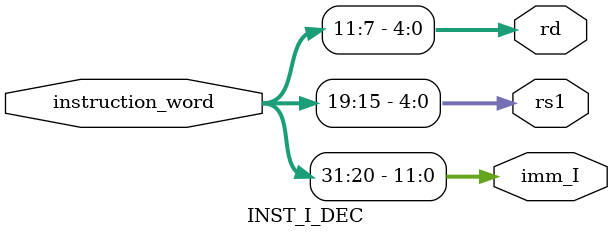
<source format=v>
/*
This module can perform instruction decoding for all I-type instructions
The module outputs the register addresses and shift amount after decoding
*/

module INST_I_DEC (
    input[31:0] instruction_word,
    output reg[11:0] imm_I,
    output reg[4:0] rs1,
    output reg[4:0] rd
);

    always@(instruction_word)
        begin
            imm_I = instruction_word[31:20];
            rs1 = instruction_word[19:15];
            rd = instruction_word[11:7];
        end
    
endmodule
</source>
